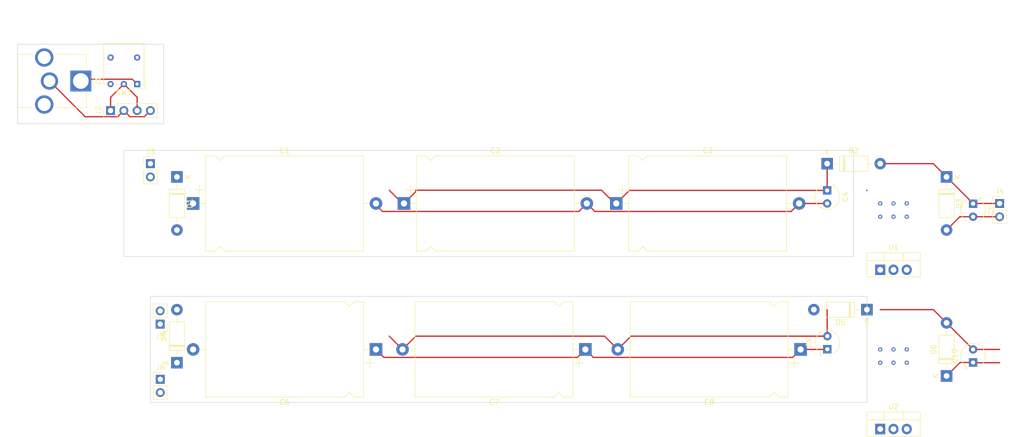
<source format=kicad_pcb>
(kicad_pcb (version 20221018) (generator pcbnew)
  (layers (0 "F.Cu" signal) (31 "B.Cu" signal) (34 "B.Paste" user) (35 "F.Paste" user) (36 "B.SilkS" user "B.Silkscreen") (37 "F.SilkS" user "F.Silkscreen") (38 "B.Mask" user) (39 "F.Mask" user) (44 "Edge.Cuts" user))
  (net 0 "")
  (net 1 "Net-(D1-K)")
  (net 2 "Net-(D3-A)")
  (net 3 "Net-(D2-A)")
  (net 4 "Net-(D6-K)")
  (net 5 "Net-(D4-A)")
  (net 6 "Net-(D5-K)")
  (net 7 "Net-(D1-A)")
  (net 8 "Net-(D4-K)")
  (net 9 "Net-(SW1-A)")
  (net 10 "Net-(J2-Pin_2)")
  (net 11 "Net-(J2-Pin_1)")
  (footprint "Capacitor_THT:CP_Axial_L30.0mm_D18.0mm_P35.00mm_Horizontal" (layer "F.Cu") (at 182.88 83.82 180)
    (fp_text reference "C8" (at 17.5 -10.12) (layer "F.SilkS"))
    (fp_text value "3300uF")
    (fp_line (start 0.28 -2.6) (end 2.08 -2.6) (stroke (width 0.12)) (layer "F.SilkS"))
    (fp_line (start 1.18 -3.5) (end 1.18 -1.7) (stroke (width 0.12)) (layer "F.SilkS"))
    (fp_line (start 1.44 0) (end 2.38 0) (stroke (width 0.12)) (layer "F.SilkS"))
    (fp_line (start 2.38 -9.12) (end 2.38 9.12) (stroke (width 0.12)) (layer "F.SilkS"))
    (fp_line (start 2.38 -9.12) (end 4.18 -9.12) (stroke (width 0.12)) (layer "F.SilkS"))
    (fp_line (start 2.38 9.12) (end 4.18 9.12) (stroke (width 0.12)) (layer "F.SilkS"))
    (fp_line (start 4.18 -9.12) (end 5.08 -8.22) (stroke (width 0.12)) (layer "F.SilkS"))
    (fp_line (start 4.18 9.12) (end 5.08 8.22) (stroke (width 0.12)) (layer "F.SilkS"))
    (fp_line (start 5.08 -8.22) (end 5.98 -9.12) (stroke (width 0.12)) (layer "F.SilkS"))
    (fp_line (start 5.08 8.22) (end 5.98 9.12) (stroke (width 0.12)) (layer "F.SilkS"))
    (fp_line (start 5.98 -9.12) (end 32.62 -9.12) (stroke (width 0.12)) (layer "F.SilkS"))
    (fp_line (start 5.98 9.12) (end 32.62 9.12) (stroke (width 0.12)) (layer "F.SilkS"))
    (fp_line (start 32.62 -9.12) (end 32.62 9.12) (stroke (width 0.12)) (layer "F.SilkS"))
    (fp_line (start 33.56 0) (end 32.62 0) (stroke (width 0.12)) (layer "F.SilkS"))
    (pad "1" thru_hole rect (at 0 0 180) (size 2.4 2.4) (drill 1.2) (layers "*.Cu" "*.Mask") (net 4 "Net-(D6-K)"))
    (pad "2" thru_hole oval (at 35 0 180) (size 2.4 2.4) (drill 1.2) (layers "*.Cu" "*.Mask") (net 5 "Net-(D4-A)"))
  )
  (footprint "Capacitor_THT:CP_Axial_L30.0mm_D18.0mm_P35.00mm_Horizontal" (layer "F.Cu") (at 106.96 55.88)
    (fp_text reference "C2" (at 17.5 -10.12) (layer "F.SilkS"))
    (fp_text value "3300uF")
    (fp_line (start 0.28 -2.6) (end 2.08 -2.6) (stroke (width 0.12)) (layer "F.SilkS"))
    (fp_line (start 1.18 -3.5) (end 1.18 -1.7) (stroke (width 0.12)) (layer "F.SilkS"))
    (fp_line (start 1.44 0) (end 2.38 0) (stroke (width 0.12)) (layer "F.SilkS"))
    (fp_line (start 2.38 -9.12) (end 2.38 9.12) (stroke (width 0.12)) (layer "F.SilkS"))
    (fp_line (start 2.38 -9.12) (end 4.18 -9.12) (stroke (width 0.12)) (layer "F.SilkS"))
    (fp_line (start 2.38 9.12) (end 4.18 9.12) (stroke (width 0.12)) (layer "F.SilkS"))
    (fp_line (start 4.18 -9.12) (end 5.08 -8.22) (stroke (width 0.12)) (layer "F.SilkS"))
    (fp_line (start 4.18 9.12) (end 5.08 8.22) (stroke (width 0.12)) (layer "F.SilkS"))
    (fp_line (start 5.08 -8.22) (end 5.98 -9.12) (stroke (width 0.12)) (layer "F.SilkS"))
    (fp_line (start 5.08 8.22) (end 5.98 9.12) (stroke (width 0.12)) (layer "F.SilkS"))
    (fp_line (start 5.98 -9.12) (end 32.62 -9.12) (stroke (width 0.12)) (layer "F.SilkS"))
    (fp_line (start 5.98 9.12) (end 32.62 9.12) (stroke (width 0.12)) (layer "F.SilkS"))
    (fp_line (start 32.62 -9.12) (end 32.62 9.12) (stroke (width 0.12)) (layer "F.SilkS"))
    (fp_line (start 33.56 0) (end 32.62 0) (stroke (width 0.12)) (layer "F.SilkS"))
    (pad "1" thru_hole rect (at 0 0) (size 2.4 2.4) (drill 1.2) (layers "*.Cu" "*.Mask") (net 1 "Net-(D1-K)"))
    (pad "2" thru_hole oval (at 35 0) (size 2.4 2.4) (drill 1.2) (layers "*.Cu" "*.Mask") (net 2 "Net-(D3-A)"))
  )
  (footprint "Capacitor_THT:CP_Radial_Tantal_D4.5mm_P2.50mm" (layer "F.Cu") (at 187.96 53.38 -90)
    (fp_text reference "C4" (at 1.25 -3.5 90) (layer "F.SilkS"))
    (fp_text value "1uF")
    (fp_line (start -1.287288 -1.335) (end -0.837288 -1.335) (stroke (width 0.12)) (layer "F.SilkS"))
    (fp_line (start -1.062288 -1.56) (end -1.062288 -1.11) (stroke (width 0.12)) (layer "F.SilkS"))
    (fp_arc (start -0.869741 -1.06) (mid 3.62 0) (end -0.869741 1.06) (stroke (width 0.12)) (layer "F.SilkS"))
    (pad "1" thru_hole rect (at 0 0 270) (size 1.6 1.6) (drill 0.8) (layers "*.Cu" "*.Mask") (net 1 "Net-(D1-K)"))
    (pad "2" thru_hole circle (at 2.5 0 270) (size 1.6 1.6) (drill 0.8) (layers "*.Cu" "*.Mask") (net 2 "Net-(D3-A)"))
  )
  (footprint "Connector_PinHeader_2.54mm:PinHeader_1x02_P2.54mm_Vertical" (layer "F.Cu") (at 60.312712 89.537457)
    (fp_text reference "J6" (at 0 -2.33) (layer "F.SilkS"))
    (fp_text value "Conn_01x02")
    (fp_line (start -1.33 -1.33) (end 0 -1.33) (stroke (width 0.12)) (layer "F.SilkS"))
    (fp_line (start -1.33 0) (end -1.33 -1.33) (stroke (width 0.12)) (layer "F.SilkS"))
    (fp_line (start -1.33 1.27) (end -1.33 3.87) (stroke (width 0.12)) (layer "F.SilkS"))
    (fp_line (start -1.33 1.27) (end 1.33 1.27) (stroke (width 0.12)) (layer "F.SilkS"))
    (fp_line (start -1.33 3.87) (end 1.33 3.87) (stroke (width 0.12)) (layer "F.SilkS"))
    (fp_line (start 1.33 1.27) (end 1.33 3.87) (stroke (width 0.12)) (layer "F.SilkS"))
    (pad "1" thru_hole rect (at 0 0) (size 1.7 1.7) (drill 1) (layers "*.Cu" "*.Mask") (net 6 "Net-(D5-K)"))
    (pad "2" thru_hole oval (at 0 2.54) (size 1.7 1.7) (drill 1) (layers "*.Cu" "*.Mask") (net 4 "Net-(D6-K)"))
  )
  (footprint "Package_TO_SOT_THT:TO-220-3_Vertical" (layer "F.Cu") (at 198.12 99.06)
    (fp_text reference "U2" (at 2.54 -4.27) (layer "F.SilkS"))
    (fp_text value "LM7912_TO220" hide)
    (fp_line (start -2.58 -3.27) (end -2.58 1.371) (stroke (width 0.12)) (layer "F.SilkS"))
    (fp_line (start -2.58 -3.27) (end 7.66 -3.27) (stroke (width 0.12)) (layer "F.SilkS"))
    (fp_line (start -2.58 -1.76) (end 7.66 -1.76) (stroke (width 0.12)) (layer "F.SilkS"))
    (fp_line (start -2.58 1.371) (end 7.66 1.371) (stroke (width 0.12)) (layer "F.SilkS"))
    (fp_line (start 0.69 -3.27) (end 0.69 -1.76) (stroke (width 0.12)) (layer "F.SilkS"))
    (fp_line (start 4.391 -3.27) (end 4.391 -1.76) (stroke (width 0.12)) (layer "F.SilkS"))
    (fp_line (start 7.66 -3.27) (end 7.66 1.371) (stroke (width 0.12)) (layer "F.SilkS"))
    (pad "1" thru_hole rect (at 0 0) (size 1.905 2) (drill 1.1) (layers "*.Cu" "*.Mask") (net 4 "Net-(D6-K)"))
    (pad "2" thru_hole oval (at 2.54 0) (size 1.905 2) (drill 1.1) (layers "*.Cu" "*.Mask") (net 5 "Net-(D4-A)"))
    (pad "3" thru_hole oval (at 5.08 0) (size 1.905 2) (drill 1.1) (layers "*.Cu" "*.Mask") (net 6 "Net-(D5-K)"))
  )
  (footprint "Diode_THT:D_DO-41_SOD81_P10.16mm_Horizontal" (layer "F.Cu") (at 187.96 48.26)
    (fp_text reference "D2" (at 5.08 -2.47) (layer "F.SilkS"))
    (fp_text value "1N4004")
    (fp_text user "K" (at 0 -2.1) (layer "F.SilkS"))
    (fp_line (start 1.34 0) (end 2.36 0) (stroke (width 0.12)) (layer "F.SilkS"))
    (fp_line (start 2.36 -1.47) (end 2.36 1.47) (stroke (width 0.12)) (layer "F.SilkS"))
    (fp_line (start 2.36 1.47) (end 7.8 1.47) (stroke (width 0.12)) (layer "F.SilkS"))
    (fp_line (start 3.14 -1.47) (end 3.14 1.47) (stroke (width 0.12)) (layer "F.SilkS"))
    (fp_line (start 3.26 -1.47) (end 3.26 1.47) (stroke (width 0.12)) (layer "F.SilkS"))
    (fp_line (start 3.38 -1.47) (end 3.38 1.47) (stroke (width 0.12)) (layer "F.SilkS"))
    (fp_line (start 7.8 -1.47) (end 2.36 -1.47) (stroke (width 0.12)) (layer "F.SilkS"))
    (fp_line (start 7.8 1.47) (end 7.8 -1.47) (stroke (width 0.12)) (layer "F.SilkS"))
    (fp_line (start 8.82 0) (end 7.8 0) (stroke (width 0.12)) (layer "F.SilkS"))
    (pad "1" thru_hole rect (at 0 0) (size 2.2 2.2) (drill 1.1) (layers "*.Cu" "*.Mask") (net 1 "Net-(D1-K)"))
    (pad "2" thru_hole oval (at 10.16 0) (size 2.2 2.2) (drill 1.1) (layers "*.Cu" "*.Mask") (net 3 "Net-(D2-A)"))
  )
  (footprint "Diode_THT:D_DO-41_SOD81_P10.16mm_Horizontal" (layer "F.Cu") (at 210.82 88.9 90)
    (fp_text reference "D6" (at 5.08 -2.47 90) (layer "F.SilkS"))
    (fp_text value "1N4004")
    (fp_text user "K" (at 0 -2.1 90) (layer "F.SilkS"))
    (fp_line (start 1.34 0) (end 2.36 0) (stroke (width 0.12)) (layer "F.SilkS"))
    (fp_line (start 2.36 -1.47) (end 2.36 1.47) (stroke (width 0.12)) (layer "F.SilkS"))
    (fp_line (start 2.36 1.47) (end 7.8 1.47) (stroke (width 0.12)) (layer "F.SilkS"))
    (fp_line (start 3.14 -1.47) (end 3.14 1.47) (stroke (width 0.12)) (layer "F.SilkS"))
    (fp_line (start 3.26 -1.47) (end 3.26 1.47) (stroke (width 0.12)) (layer "F.SilkS"))
    (fp_line (start 3.38 -1.47) (end 3.38 1.47) (stroke (width 0.12)) (layer "F.SilkS"))
    (fp_line (start 7.8 -1.47) (end 2.36 -1.47) (stroke (width 0.12)) (layer "F.SilkS"))
    (fp_line (start 7.8 1.47) (end 7.8 -1.47) (stroke (width 0.12)) (layer "F.SilkS"))
    (fp_line (start 8.82 0) (end 7.8 0) (stroke (width 0.12)) (layer "F.SilkS"))
    (pad "1" thru_hole rect (at 0 0 90) (size 2.2 2.2) (drill 1.1) (layers "*.Cu" "*.Mask") (net 4 "Net-(D6-K)"))
    (pad "2" thru_hole oval (at 10.16 0 90) (size 2.2 2.2) (drill 1.1) (layers "*.Cu" "*.Mask") (net 6 "Net-(D5-K)"))
  )
  (footprint "Package_TO_SOT_THT:TO-220-3_Vertical" (layer "F.Cu") (at 198.12 68.58)
    (fp_text reference "U1" (at 2.54 -4.27) (layer "F.SilkS"))
    (fp_text value "LM7812_TO220")
    (fp_line (start -2.58 -3.27) (end -2.58 1.371) (stroke (width 0.12)) (layer "F.SilkS"))
    (fp_line (start -2.58 -3.27) (end 7.66 -3.27) (stroke (width 0.12)) (layer "F.SilkS"))
    (fp_line (start -2.58 -1.76) (end 7.66 -1.76) (stroke (width 0.12)) (layer "F.SilkS"))
    (fp_line (start -2.58 1.371) (end 7.66 1.371) (stroke (width 0.12)) (layer "F.SilkS"))
    (fp_line (start 0.69 -3.27) (end 0.69 -1.76) (stroke (width 0.12)) (layer "F.SilkS"))
    (fp_line (start 4.391 -3.27) (end 4.391 -1.76) (stroke (width 0.12)) (layer "F.SilkS"))
    (fp_line (start 7.66 -3.27) (end 7.66 1.371) (stroke (width 0.12)) (layer "F.SilkS"))
    (pad "1" thru_hole rect (at 0 0) (size 1.905 2) (drill 1.1) (layers "*.Cu" "*.Mask") (net 1 "Net-(D1-K)"))
    (pad "2" thru_hole oval (at 2.54 0) (size 1.905 2) (drill 1.1) (layers "*.Cu" "*.Mask") (net 2 "Net-(D3-A)"))
    (pad "3" thru_hole oval (at 5.08 0) (size 1.905 2) (drill 1.1) (layers "*.Cu" "*.Mask") (net 3 "Net-(D2-A)"))
  )
  (footprint "Capacitor_THT:CP_Radial_Tantal_D4.5mm_P2.50mm" (layer "F.Cu") (at 215.9 86.32 90)
    (fp_text reference "C10" (at 1.25 -3.5 90) (layer "F.SilkS"))
    (fp_text value "1uF")
    (fp_line (start -1.287288 -1.335) (end -0.837288 -1.335) (stroke (width 0.12)) (layer "F.SilkS"))
    (fp_line (start -1.062288 -1.56) (end -1.062288 -1.11) (stroke (width 0.12)) (layer "F.SilkS"))
    (fp_arc (start -0.869741 -1.06) (mid 3.62 0) (end -0.869741 1.06) (stroke (width 0.12)) (layer "F.SilkS"))
    (pad "1" thru_hole rect (at 0 0 90) (size 1.6 1.6) (drill 0.8) (layers "*.Cu" "*.Mask") (net 4 "Net-(D6-K)"))
    (pad "2" thru_hole circle (at 2.5 0 90) (size 1.6 1.6) (drill 0.8) (layers "*.Cu" "*.Mask") (net 6 "Net-(D5-K)"))
  )
  (footprint "Button_Switch_THT:SW_Lever_1P2T_NKK_GW12LxH" (layer "F.Cu") (at 55.88 33.02 180)
    (fp_text reference "SW1" (at 2.54 -1.6) (layer "F.SilkS"))
    (fp_text value "SW_SPST")
    (fp_line (start -1.55 -0.9) (end -0.05 -0.9) (stroke (width 0.12)) (layer "F.SilkS"))
    (fp_line (start -1.55 0.6) (end -1.55 -0.9) (stroke (width 0.12)) (layer "F.SilkS"))
    (fp_line (start -1.31 -0.1) (end -1.31 7.78) (stroke (width 0.12)) (layer "F.SilkS"))
    (fp_line (start -1.31 -0.1) (end -0.914 -0.1) (stroke (width 0.12)) (layer "F.SilkS"))
    (fp_line (start -1.31 7.78) (end 6.39 7.78) (stroke (width 0.12)) (layer "F.SilkS"))
    (fp_line (start 0.914 -0.1) (end 1.627 -0.1) (stroke (width 0.12)) (layer "F.SilkS"))
    (fp_line (start 3.454 -0.1) (end 4.167 -0.1) (stroke (width 0.12)) (layer "F.SilkS"))
    (fp_line (start 5.994 -0.1) (end 6.39 -0.1) (stroke (width 0.12)) (layer "F.SilkS"))
    (fp_line (start 6.39 -0.1) (end 6.39 7.78) (stroke (width 0.12)) (layer "F.SilkS"))
    (pad "" thru_hole circle (at 0 5.08 180) (size 1.2 1.2) (drill 0.6) (layers "*.Cu" "*.Mask"))
    (pad "" thru_hole circle (at 5.08 5.08 180) (size 1.2 1.2) (drill 0.6) (layers "*.Cu" "*.Mask"))
    (pad "1" thru_hole rect (at 0 0 180) (size 1.2 1.2) (drill 0.6) (layers "*.Cu" "*.Mask") (net 9 "Net-(SW1-A)"))
    (pad "2" thru_hole circle (at 2.54 0 180) (size 1.2 1.2) (drill 0.6) (layers "*.Cu" "*.Mask") (net 11 "Net-(J2-Pin_1)"))
    (pad "3" thru_hole circle (at 5.08 0 180) (size 1.2 1.2) (drill 0.6) (layers "*.Cu" "*.Mask"))
  )
  (footprint "Diode_THT:D_DO-41_SOD81_P10.16mm_Horizontal" (layer "F.Cu") (at 63.5 50.8 -90)
    (fp_text reference "D1" (at 5.08 -2.47 90) (layer "F.SilkS"))
    (fp_text value "1N4004" hide)
    (fp_text user "K" (at 0 -2.1 90) (layer "F.SilkS"))
    (fp_line (start 1.34 0) (end 2.36 0) (stroke (width 0.12)) (layer "F.SilkS"))
    (fp_line (start 2.36 -1.47) (end 2.36 1.47) (stroke (width 0.12)) (layer "F.SilkS"))
    (fp_line (start 2.36 1.47) (end 7.8 1.47) (stroke (width 0.12)) (layer "F.SilkS"))
    (fp_line (start 3.14 -1.47) (end 3.14 1.47) (stroke (width 0.12)) (layer "F.SilkS"))
    (fp_line (start 3.26 -1.47) (end 3.26 1.47) (stroke (width 0.12)) (layer "F.SilkS"))
    (fp_line (start 3.38 -1.47) (end 3.38 1.47) (stroke (width 0.12)) (layer "F.SilkS"))
    (fp_line (start 7.8 -1.47) (end 2.36 -1.47) (stroke (width 0.12)) (layer "F.SilkS"))
    (fp_line (start 7.8 1.47) (end 7.8 -1.47) (stroke (width 0.12)) (layer "F.SilkS"))
    (fp_line (start 8.82 0) (end 7.8 0) (stroke (width 0.12)) (layer "F.SilkS"))
    (pad "1" thru_hole rect (at 0 0 270) (size 2.2 2.2) (drill 1.1) (layers "*.Cu" "*.Mask") (net 1 "Net-(D1-K)"))
    (pad "2" thru_hole oval (at 10.16 0 270) (size 2.2 2.2) (drill 1.1) (layers "*.Cu" "*.Mask") (net 7 "Net-(D1-A)"))
  )
  (footprint "Diode_THT:D_DO-41_SOD81_P10.16mm_Horizontal" (layer "F.Cu") (at 63.5 86.36 90)
    (fp_text reference "D4" (at 5.08 -2.47 90) (layer "F.SilkS"))
    (fp_text value "1N4004")
    (fp_text user "K" (at 0 -2.1 90) (layer "F.SilkS"))
    (fp_line (start 1.34 0) (end 2.36 0) (stroke (width 0.12)) (layer "F.SilkS"))
    (fp_line (start 2.36 -1.47) (end 2.36 1.47) (stroke (width 0.12)) (layer "F.SilkS"))
    (fp_line (start 2.36 1.47) (end 7.8 1.47) (stroke (width 0.12)) (layer "F.SilkS"))
    (fp_line (start 3.14 -1.47) (end 3.14 1.47) (stroke (width 0.12)) (layer "F.SilkS"))
    (fp_line (start 3.26 -1.47) (end 3.26 1.47) (stroke (width 0.12)) (layer "F.SilkS"))
    (fp_line (start 3.38 -1.47) (end 3.38 1.47) (stroke (width 0.12)) (layer "F.SilkS"))
    (fp_line (start 7.8 -1.47) (end 2.36 -1.47) (stroke (width 0.12)) (layer "F.SilkS"))
    (fp_line (start 7.8 1.47) (end 7.8 -1.47) (stroke (width 0.12)) (layer "F.SilkS"))
    (fp_line (start 8.82 0) (end 7.8 0) (stroke (width 0.12)) (layer "F.SilkS"))
    (pad "1" thru_hole rect (at 0 0 90) (size 2.2 2.2) (drill 1.1) (layers "*.Cu" "*.Mask") (net 8 "Net-(D4-K)"))
    (pad "2" thru_hole oval (at 10.16 0 90) (size 2.2 2.2) (drill 1.1) (layers "*.Cu" "*.Mask") (net 5 "Net-(D4-A)"))
  )
  (footprint "Diode_THT:D_DO-41_SOD81_P10.16mm_Horizontal" (layer "F.Cu") (at 210.82 50.8 -90)
    (fp_text reference "D3" (at 5.08 -2.47 90) (layer "F.SilkS"))
    (fp_text value "1N4004" hide)
    (fp_text user "K" (at 0 -2.1 90) (layer "F.SilkS"))
    (fp_line (start 1.34 0) (end 2.36 0) (stroke (width 0.12)) (layer "F.SilkS"))
    (fp_line (start 2.36 -1.47) (end 2.36 1.47) (stroke (width 0.12)) (layer "F.SilkS"))
    (fp_line (start 2.36 1.47) (end 7.8 1.47) (stroke (width 0.12)) (layer "F.SilkS"))
    (fp_line (start 3.14 -1.47) (end 3.14 1.47) (stroke (width 0.12)) (layer "F.SilkS"))
    (fp_line (start 3.26 -1.47) (end 3.26 1.47) (stroke (width 0.12)) (layer "F.SilkS"))
    (fp_line (start 3.38 -1.47) (end 3.38 1.47) (stroke (width 0.12)) (layer "F.SilkS"))
    (fp_line (start 7.8 -1.47) (end 2.36 -1.47) (stroke (width 0.12)) (layer "F.SilkS"))
    (fp_line (start 7.8 1.47) (end 7.8 -1.47) (stroke (width 0.12)) (layer "F.SilkS"))
    (fp_line (start 8.82 0) (end 7.8 0) (stroke (width 0.12)) (layer "F.SilkS"))
    (pad "1" thru_hole rect (at 0 0 270) (size 2.2 2.2) (drill 1.1) (layers "*.Cu" "*.Mask") (net 3 "Net-(D2-A)"))
    (pad "2" thru_hole oval (at 10.16 0 270) (size 2.2 2.2) (drill 1.1) (layers "*.Cu" "*.Mask") (net 2 "Net-(D3-A)"))
  )
  (footprint "Connector_PinHeader_2.54mm:PinHeader_1x02_P2.54mm_Vertical" (layer "F.Cu") (at 220.98 55.88)
    (fp_text reference "J4" (at 0 -2.33) (layer "F.SilkS"))
    (fp_text value "Conn_01x02")
    (fp_line (start -1.33 -1.33) (end 0 -1.33) (stroke (width 0.12)) (layer "F.SilkS"))
    (fp_line (start -1.33 0) (end -1.33 -1.33) (stroke (width 0.12)) (layer "F.SilkS"))
    (fp_line (start -1.33 1.27) (end -1.33 3.87) (stroke (width 0.12)) (layer "F.SilkS"))
    (fp_line (start -1.33 1.27) (end 1.33 1.27) (stroke (width 0.12)) (layer "F.SilkS"))
    (fp_line (start -1.33 3.87) (end 1.33 3.87) (stroke (width 0.12)) (layer "F.SilkS"))
    (fp_line (start 1.33 1.27) (end 1.33 3.87) (stroke (width 0.12)) (layer "F.SilkS"))
    (pad "1" thru_hole rect (at 0 0) (size 1.7 1.7) (drill 1) (layers "*.Cu" "*.Mask") (net 3 "Net-(D2-A)"))
    (pad "2" thru_hole oval (at 0 2.54) (size 1.7 1.7) (drill 1) (layers "*.Cu" "*.Mask") (net 2 "Net-(D3-A)"))
  )
  (footprint "Capacitor_THT:CP_Axial_L30.0mm_D18.0mm_P35.00mm_Horizontal" (layer "F.Cu") (at 101.6 83.82 180)
    (fp_text reference "C6" (at 17.5 -10.12) (layer "F.SilkS"))
    (fp_text value "3300uF")
    (fp_line (start 0.28 -2.6) (end 2.08 -2.6) (stroke (width 0.12)) (layer "F.SilkS"))
    (fp_line (start 1.18 -3.5) (end 1.18 -1.7) (stroke (width 0.12)) (layer "F.SilkS"))
    (fp_line (start 1.44 0) (end 2.38 0) (stroke (width 0.12)) (layer "F.SilkS"))
    (fp_line (start 2.38 -9.12) (end 2.38 9.12) (stroke (width 0.12)) (layer "F.SilkS"))
    (fp_line (start 2.38 -9.12) (end 4.18 -9.12) (stroke (width 0.12)) (layer "F.SilkS"))
    (fp_line (start 2.38 9.12) (end 4.18 9.12) (stroke (width 0.12)) (layer "F.SilkS"))
    (fp_line (start 4.18 -9.12) (end 5.08 -8.22) (stroke (width 0.12)) (layer "F.SilkS"))
    (fp_line (start 4.18 9.12) (end 5.08 8.22) (stroke (width 0.12)) (layer "F.SilkS"))
    (fp_line (start 5.08 -8.22) (end 5.98 -9.12) (stroke (width 0.12)) (layer "F.SilkS"))
    (fp_line (start 5.08 8.22) (end 5.98 9.12) (stroke (width 0.12)) (layer "F.SilkS"))
    (fp_line (start 5.98 -9.12) (end 32.62 -9.12) (stroke (width 0.12)) (layer "F.SilkS"))
    (fp_line (start 5.98 9.12) (end 32.62 9.12) (stroke (width 0.12)) (layer "F.SilkS"))
    (fp_line (start 32.62 -9.12) (end 32.62 9.12) (stroke (width 0.12)) (layer "F.SilkS"))
    (fp_line (start 33.56 0) (end 32.62 0) (stroke (width 0.12)) (layer "F.SilkS"))
    (pad "1" thru_hole rect (at 0 0 180) (size 2.4 2.4) (drill 1.2) (layers "*.Cu" "*.Mask") (net 4 "Net-(D6-K)"))
    (pad "2" thru_hole oval (at 35 0 180) (size 2.4 2.4) (drill 1.2) (layers "*.Cu" "*.Mask") (net 5 "Net-(D4-A)"))
  )
  (footprint "Connector_PinHeader_2.54mm:PinHeader_1x02_P2.54mm_Vertical" (layer "F.Cu") (at 60.293053 78.98284 180)
    (fp_text reference "J5" (at 0 -2.33) (layer "F.SilkS"))
    (fp_text value "Conn_01x02")
    (fp_line (start -1.33 -1.33) (end 0 -1.33) (stroke (width 0.12)) (layer "F.SilkS"))
    (fp_line (start -1.33 0) (end -1.33 -1.33) (stroke (width 0.12)) (layer "F.SilkS"))
    (fp_line (start -1.33 1.27) (end -1.33 3.87) (stroke (width 0.12)) (layer "F.SilkS"))
    (fp_line (start -1.33 1.27) (end 1.33 1.27) (stroke (width 0.12)) (layer "F.SilkS"))
    (fp_line (start -1.33 3.87) (end 1.33 3.87) (stroke (width 0.12)) (layer "F.SilkS"))
    (fp_line (start 1.33 1.27) (end 1.33 3.87) (stroke (width 0.12)) (layer "F.SilkS"))
    (pad "1" thru_hole rect (at 0 0 180) (size 1.7 1.7) (drill 1) (layers "*.Cu" "*.Mask") (net 4 "Net-(D6-K)"))
    (pad "2" thru_hole oval (at 0 2.54 180) (size 1.7 1.7) (drill 1) (layers "*.Cu" "*.Mask") (net 8 "Net-(D4-K)"))
  )
  (footprint "Diode_THT:D_DO-41_SOD81_P10.16mm_Horizontal" (layer "F.Cu") (at 195.58 76.2 180)
    (fp_text reference "D5" (at 5.08 -2.47) (layer "F.SilkS"))
    (fp_text value "1N4004")
    (fp_text user "K" (at 0 -2.1) (layer "F.SilkS"))
    (fp_line (start 1.34 0) (end 2.36 0) (stroke (width 0.12)) (layer "F.SilkS"))
    (fp_line (start 2.36 -1.47) (end 2.36 1.47) (stroke (width 0.12)) (layer "F.SilkS"))
    (fp_line (start 2.36 1.47) (end 7.8 1.47) (stroke (width 0.12)) (layer "F.SilkS"))
    (fp_line (start 3.14 -1.47) (end 3.14 1.47) (stroke (width 0.12)) (layer "F.SilkS"))
    (fp_line (start 3.26 -1.47) (end 3.26 1.47) (stroke (width 0.12)) (layer "F.SilkS"))
    (fp_line (start 3.38 -1.47) (end 3.38 1.47) (stroke (width 0.12)) (layer "F.SilkS"))
    (fp_line (start 7.8 -1.47) (end 2.36 -1.47) (stroke (width 0.12)) (layer "F.SilkS"))
    (fp_line (start 7.8 1.47) (end 7.8 -1.47) (stroke (width 0.12)) (layer "F.SilkS"))
    (fp_line (start 8.82 0) (end 7.8 0) (stroke (width 0.12)) (layer "F.SilkS"))
    (pad "1" thru_hole rect (at 0 0 180) (size 2.2 2.2) (drill 1.1) (layers "*.Cu" "*.Mask") (net 6 "Net-(D5-K)"))
    (pad "2" thru_hole oval (at 10.16 0 180) (size 2.2 2.2) (drill 1.1) (layers "*.Cu" "*.Mask") (net 5 "Net-(D4-A)"))
  )
  (footprint "Capacitor_THT:CP_Radial_Tantal_D4.5mm_P2.50mm" (layer "F.Cu") (at 215.9 55.92 -90)
    (fp_text reference "C5" (at 1.25 -3.5 90) (layer "F.SilkS"))
    (fp_text value "1uF")
    (fp_line (start -1.287288 -1.335) (end -0.837288 -1.335) (stroke (width 0.12)) (layer "F.SilkS"))
    (fp_line (start -1.062288 -1.56) (end -1.062288 -1.11) (stroke (width 0.12)) (layer "F.SilkS"))
    (fp_arc (start -0.869741 -1.06) (mid 3.62 0) (end -0.869741 1.06) (stroke (width 0.12)) (layer "F.SilkS"))
    (pad "1" thru_hole rect (at 0 0 270) (size 1.6 1.6) (drill 0.8) (layers "*.Cu" "*.Mask") (net 3 "Net-(D2-A)"))
    (pad "2" thru_hole circle (at 2.5 0 270) (size 1.6 1.6) (drill 0.8) (layers "*.Cu" "*.Mask") (net 2 "Net-(D3-A)"))
  )
  (footprint "Capacitor_THT:CP_Axial_L30.0mm_D18.0mm_P35.00mm_Horizontal" (layer "F.Cu") (at 141.68 83.82 180)
    (fp_text reference "C7" (at 17.5 -10.12) (layer "F.SilkS"))
    (fp_text value "3300uF")
    (fp_line (start 0.28 -2.6) (end 2.08 -2.6) (stroke (width 0.12)) (layer "F.SilkS"))
    (fp_line (start 1.18 -3.5) (end 1.18 -1.7) (stroke (width 0.12)) (layer "F.SilkS"))
    (fp_line (start 1.44 0) (end 2.38 0) (stroke (width 0.12)) (layer "F.SilkS"))
    (fp_line (start 2.38 -9.12) (end 2.38 9.12) (stroke (width 0.12)) (layer "F.SilkS"))
    (fp_line (start 2.38 -9.12) (end 4.18 -9.12) (stroke (width 0.12)) (layer "F.SilkS"))
    (fp_line (start 2.38 9.12) (end 4.18 9.12) (stroke (width 0.12)) (layer "F.SilkS"))
    (fp_line (start 4.18 -9.12) (end 5.08 -8.22) (stroke (width 0.12)) (layer "F.SilkS"))
    (fp_line (start 4.18 9.12) (end 5.08 8.22) (stroke (width 0.12)) (layer "F.SilkS"))
    (fp_line (start 5.08 -8.22) (end 5.98 -9.12) (stroke (width 0.12)) (layer "F.SilkS"))
    (fp_line (start 5.08 8.22) (end 5.98 9.12) (stroke (width 0.12)) (layer "F.SilkS"))
    (fp_line (start 5.98 -9.12) (end 32.62 -9.12) (stroke (width 0.12)) (layer "F.SilkS"))
    (fp_line (start 5.98 9.12) (end 32.62 9.12) (stroke (width 0.12)) (layer "F.SilkS"))
    (fp_line (start 32.62 -9.12) (end 32.62 9.12) (stroke (width 0.12)) (layer "F.SilkS"))
    (fp_line (start 33.56 0) (end 32.62 0) (stroke (width 0.12)) (layer "F.SilkS"))
    (pad "1" thru_hole rect (at 0 0 180) (size 2.4 2.4) (drill 1.2) (layers "*.Cu" "*.Mask") (net 4 "Net-(D6-K)"))
    (pad "2" thru_hole oval (at 35 0 180) (size 2.4 2.4) (drill 1.2) (layers "*.Cu" "*.Mask") (net 5 "Net-(D4-A)"))
  )
  (footprint "Capacitor_THT:CP_Radial_Tantal_D4.5mm_P2.50mm" (layer "F.Cu") (at 188 83.78 90)
    (fp_text reference "C9" (at 1.25 -3.5 90) (layer "F.SilkS"))
    (fp_text value "1uF" hide)
    (fp_line (start -1.287288 -1.335) (end -0.837288 -1.335) (stroke (width 0.12)) (layer "F.SilkS"))
    (fp_line (start -1.062288 -1.56) (end -1.062288 -1.11) (stroke (width 0.12)) (layer "F.SilkS"))
    (fp_arc (start -0.869741 -1.06) (mid 3.62 0) (end -0.869741 1.06) (stroke (width 0.12)) (layer "F.SilkS"))
    (pad "1" thru_hole rect (at 0 0 90) (size 1.6 1.6) (drill 0.8) (layers "*.Cu" "*.Mask") (net 4 "Net-(D6-K)"))
    (pad "2" thru_hole circle (at 2.5 0 90) (size 1.6 1.6) (drill 0.8) (layers "*.Cu" "*.Mask") (net 5 "Net-(D4-A)"))
  )
  (footprint "Connector_PinHeader_2.54mm:PinHeader_1x04_P2.54mm_Vertical" (layer "F.Cu") (at 50.8 38.1 90)
    (fp_text reference "J2" (at 0 -2.33 90) (layer "F.SilkS"))
    (fp_text value "Conn_01x04" hide)
    (fp_line (start -1.33 -1.33) (end 0 -1.33) (stroke (width 0.12)) (layer "F.SilkS"))
    (fp_line (start -1.33 0) (end -1.33 -1.33) (stroke (width 0.12)) (layer "F.SilkS"))
    (fp_line (start -1.33 1.27) (end -1.33 8.95) (stroke (width 0.12)) (layer "F.SilkS"))
    (fp_line (start -1.33 1.27) (end 1.33 1.27) (stroke (width 0.12)) (layer "F.SilkS"))
    (fp_line (start -1.33 8.95) (end 1.33 8.95) (stroke (width 0.12)) (layer "F.SilkS"))
    (fp_line (start 1.33 1.27) (end 1.33 8.95) (stroke (width 0.12)) (layer "F.SilkS"))
    (pad "1" thru_hole rect (at 0 0 90) (size 1.7 1.7) (drill 1) (layers "*.Cu" "*.Mask") (net 11 "Net-(J2-Pin_1)"))
    (pad "2" thru_hole oval (at 0 2.54 90) (size 1.7 1.7) (drill 1) (layers "*.Cu" "*.Mask") (net 10 "Net-(J2-Pin_2)"))
    (pad "3" thru_hole oval (at 0 5.08 90) (size 1.7 1.7) (drill 1) (layers "*.Cu" "*.Mask") (net 11 "Net-(J2-Pin_1)"))
    (pad "4" thru_hole oval (at 0 7.62 90) (size 1.7 1.7) (drill 1) (layers "*.Cu" "*.Mask") (net 10 "Net-(J2-Pin_2)"))
  )
  (footprint "Connector_PinHeader_2.54mm:PinHeader_1x02_P2.54mm_Vertical" (layer "F.Cu") (at 58.42 48.26)
    (fp_text reference "J3" (at 0 -2.33) (layer "F.SilkS"))
    (fp_text value "Conn_01x02")
    (fp_line (start -1.33 -1.33) (end 0 -1.33) (stroke (width 0.12)) (layer "F.SilkS"))
    (fp_line (start -1.33 0) (end -1.33 -1.33) (stroke (width 0.12)) (layer "F.SilkS"))
    (fp_line (start -1.33 1.27) (end -1.33 3.87) (stroke (width 0.12)) (layer "F.SilkS"))
    (fp_line (start -1.33 1.27) (end 1.33 1.27) (stroke (width 0.12)) (layer "F.SilkS"))
    (fp_line (start -1.33 3.87) (end 1.33 3.87) (stroke (width 0.12)) (layer "F.SilkS"))
    (fp_line (start 1.33 1.27) (end 1.33 3.87) (stroke (width 0.12)) (layer "F.SilkS"))
    (pad "1" thru_hole rect (at 0 0) (size 1.7 1.7) (drill 1) (layers "*.Cu" "*.Mask") (net 2 "Net-(D3-A)"))
    (pad "2" thru_hole oval (at 0 2.54) (size 1.7 1.7) (drill 1) (layers "*.Cu" "*.Mask") (net 7 "Net-(D1-A)"))
  )
  (footprint "Capacitor_THT:CP_Axial_L30.0mm_D18.0mm_P35.00mm_Horizontal" (layer "F.Cu") (at 66.6 55.88)
    (fp_text reference "C1" (at 17.5 -10.12) (layer "F.SilkS"))
    (fp_text value "3300uF")
    (fp_line (start 0.28 -2.6) (end 2.08 -2.6) (stroke (width 0.12)) (layer "F.SilkS"))
    (fp_line (start 1.18 -3.5) (end 1.18 -1.7) (stroke (width 0.12)) (layer "F.SilkS"))
    (fp_line (start 1.44 0) (end 2.38 0) (stroke (width 0.12)) (layer "F.SilkS"))
    (fp_line (start 2.38 -9.12) (end 2.38 9.12) (stroke (width 0.12)) (layer "F.SilkS"))
    (fp_line (start 2.38 -9.12) (end 4.18 -9.12) (stroke (width 0.12)) (layer "F.SilkS"))
    (fp_line (start 2.38 9.12) (end 4.18 9.12) (stroke (width 0.12)) (layer "F.SilkS"))
    (fp_line (start 4.18 -9.12) (end 5.08 -8.22) (stroke (width 0.12)) (layer "F.SilkS"))
    (fp_line (start 4.18 9.12) (end 5.08 8.22) (stroke (width 0.12)) (layer "F.SilkS"))
    (fp_line (start 5.08 -8.22) (end 5.98 -9.12) (stroke (width 0.12)) (layer "F.SilkS"))
    (fp_line (start 5.08 8.22) (end 5.98 9.12) (stroke (width 0.12)) (layer "F.SilkS"))
    (fp_line (start 5.98 -9.12) (end 32.62 -9.12) (stroke (width 0.12)) (layer "F.SilkS"))
    (fp_line (start 5.98 9.12) (end 32.62 9.12) (stroke (width 0.12)) (layer "F.SilkS"))
    (fp_line (start 32.62 -9.12) (end 32.62 9.12) (stroke (width 0.12)) (layer "F.SilkS"))
    (fp_line (start 33.56 0) (end 32.62 0) (stroke (width 0.12)) (layer "F.SilkS"))
    (pad "1" thru_hole rect (at 0 0) (size 2.4 2.4) (drill 1.2) (layers "*.Cu" "*.Mask") (net 1 "Net-(D1-K)"))
    (pad "2" thru_hole oval (at 35 0) (size 2.4 2.4) (drill 1.2) (layers "*.Cu" "*.Mask") (net 2 "Net-(D3-A)"))
  )
  (footprint "Capacitor_THT:CP_Axial_L30.0mm_D18.0mm_P35.00mm_Horizontal" (layer "F.Cu") (at 147.6 55.88)
    (fp_text reference "C3" (at 17.5 -10.12) (layer "F.SilkS"))
    (fp_text value "3300uF")
    (fp_line (start 0.28 -2.6) (end 2.08 -2.6) (stroke (width 0.12)) (layer "F.SilkS"))
    (fp_line (start 1.18 -3.5) (end 1.18 -1.7) (stroke (width 0.12)) (layer "F.SilkS"))
    (fp_line (start 1.44 0) (end 2.38 0) (stroke (width 0.12)) (layer "F.SilkS"))
    (fp_line (start 2.38 -9.12) (end 2.38 9.12) (stroke (width 0.12)) (layer "F.SilkS"))
    (fp_line (start 2.38 -9.12) (end 4.18 -9.12) (stroke (width 0.12)) (layer "F.SilkS"))
    (fp_line (start 2.38 9.12) (end 4.18 9.12) (stroke (width 0.12)) (layer "F.SilkS"))
    (fp_line (start 4.18 -9.12) (end 5.08 -8.22) (stroke (width 0.12)) (layer "F.SilkS"))
    (fp_line (start 4.18 9.12) (end 5.08 8.22) (stroke (width 0.12)) (layer "F.SilkS"))
    (fp_line (start 5.08 -8.22) (end 5.98 -9.12) (stroke (width 0.12)) (layer "F.SilkS"))
    (fp_line (start 5.08 8.22) (end 5.98 9.12) (stroke (width 0.12)) (layer "F.SilkS"))
    (fp_line (start 5.98 -9.12) (end 32.62 -9.12) (stroke (width 0.12)) (layer "F.SilkS"))
    (fp_line (start 5.98 9.12) (end 32.62 9.12) (stroke (width 0.12)) (layer "F.SilkS"))
    (fp_line (start 32.62 -9.12) (end 32.62 9.12) (stroke (width 0.12)) (layer "F.SilkS"))
    (fp_line (start 33.56 0) (end 32.62 0) (stroke (width 0.12)) (layer "F.SilkS"))
    (pad "1" thru_hole rect (at 0 0) (size 2.4 2.4) (drill 1.2) (layers "*.Cu" "*.Mask") (net 1 "Net-(D1-K)"))
    (pad "2" thru_hole oval (at 35 0) (size 2.4 2.4) (drill 1.2) (layers "*.Cu" "*.Mask") (net 2 "Net-(D3-A)"))
  )
  (footprint "Connector_BarrelJack:BarrelJack_CUI_PJ-063AH_Horizontal_CircularHoles" (layer "F.Cu") (at 45.1 32.44 -90)
    (fp_text reference "J1" (at 0 -3.3 90) (layer "F.SilkS"))
    (fp_text value "Barrel_Jack")
    (fp_line (start -5.11 -1.11) (end -2.3 -1.11) (stroke (width 0.12)) (layer "F.SilkS"))
    (fp_line (start -5.11 4.95) (end -5.11 -1.11) (stroke (width 0.12)) (layer "F.SilkS"))
    (fp_line (start -5.11 12.11) (end -5.11 9.05) (stroke (width 0.12)) (layer "F.SilkS"))
    (fp_line (start -1 -2.3) (end 1 -2.3) (stroke (width 0.12)) (layer "F.SilkS"))
    (fp_line (start 2.3 -1.11) (end 5.11 -1.11) (stroke (width 0.12)) (layer "F.SilkS"))
    (fp_line (start 5.11 -1.11) (end 5.11 4.95) (stroke (width 0.12)) (layer "F.SilkS"))
    (fp_line (start 5.11 9.05) (end 5.11 12.11) (stroke (width 0.12)) (layer "F.SilkS"))
    (fp_line (start 5.11 12.11) (end -5.11 12.11) (stroke (width 0.12)) (layer "F.SilkS"))
    (pad "" np_thru_hole circle (at 0 9 270) (size 1.6 1.6) (drill 1.6) (layers "*.Cu" "*.Mask"))
    (pad "1" thru_hole rect (at 0 0 270) (size 4 4) (drill 3) (layers "*.Cu" "*.Mask") (net 9 "Net-(SW1-A)"))
    (pad "2" thru_hole circle (at 0 6 270) (size 3.3 3.3) (drill 2.3) (layers "*.Cu" "*.Mask") (net 10 "Net-(J2-Pin_2)"))
    (pad "MP" thru_hole circle (at -4.5 7 270) (size 3.5 3.5) (drill 2.5) (layers "*.Cu" "*.Mask"))
    (pad "MP" thru_hole circle (at 4.5 7 270) (size 3.5 3.5) (drill 2.5) (layers "*.Cu" "*.Mask"))
  )
  (gr_rect (start 53.34 45.72) (end 193.04 66.04) (stroke (width 0.1)) (fill none) (layer "Edge.Cuts"))
  (gr_rect (start 58.42 73.66) (end 195.58 93.98) (stroke (width 0.1)) (fill none) (layer "Edge.Cuts"))
  (gr_rect (start 33.02 25.4) (end 60.96 40.64) (stroke (width 0.1)) (fill none) (layer "Edge.Cuts"))
  (segment (start 109.22 53.34) (end 109.22 53.62) (width 0.25) (layer "F.Cu") (net 1))
  (segment (start 106.96 55.88) (end 106.68 55.88) (width 0.25) (layer "F.Cu") (net 1))
  (segment (start 147.6 55.88) (end 150.1 53.38) (width 0.25) (layer "F.Cu") (net 1))
  (segment (start 147.6 55.88) (end 147.32 55.88) (width 0.25) (layer "F.Cu") (net 1))
  (segment (start 106.68 55.88) (end 104.14 53.34) (width 0.25) (layer "F.Cu") (net 1))
  (segment (start 187.96 48.26) (end 187.96 53.38) (width 0.25) (layer "F.Cu") (net 1))
  (segment (start 109.22 53.62) (end 106.96 55.88) (width 0.25) (layer "F.Cu") (net 1))
  (segment (start 195.58 53.34) (end 195.54 53.38) (width 0.25) (layer "F.Cu") (net 1))
  (segment (start 150.1 53.38) (end 187.96 53.38) (width 0.25) (layer "F.Cu") (net 1))
  (segment (start 147.32 55.88) (end 144.78 53.34) (width 0.25) (layer "F.Cu") (net 1))
  (segment (start 66.04 55.88) (end 66.32 55.88) (width 0.25) (layer "F.Cu") (net 1))
  (segment (start 144.78 53.34) (end 109.22 53.34) (width 0.25) (layer "F.Cu") (net 1))
  (via (at 198.12 58.42) (size 0.8) (drill 0.4) (layers "F.Cu" "B.Cu") (net 1))
  (via (at 198.12 55.88) (size 0.8) (drill 0.4) (layers "F.Cu" "B.Cu") (net 1))
  (segment (start 102.845 57.405) (end 101.32 55.88) (width 0.25) (layer "F.Cu") (net 2))
  (segment (start 213.36 58.42) (end 210.82 60.96) (width 0.25) (layer "F.Cu") (net 2))
  (segment (start 143.485 57.405) (end 141.96 55.88) (width 0.25) (layer "F.Cu") (net 2))
  (segment (start 215.9 58.42) (end 213.36 58.42) (width 0.25) (layer "F.Cu") (net 2))
  (segment (start 187.96 55.88) (end 182.6 55.88) (width 0.25) (layer "F.Cu") (net 2))
  (segment (start 182.6 55.88) (end 181.075 57.405) (width 0.25) (layer "F.Cu") (net 2))
  (segment (start 140.435 57.405) (end 102.845 57.405) (width 0.25) (layer "F.Cu") (net 2))
  (segment (start 141.96 55.88) (end 140.435 57.405) (width 0.25) (layer "F.Cu") (net 2))
  (segment (start 220.98 58.42) (end 215.9 58.42) (width 0.25) (layer "F.Cu") (net 2))
  (segment (start 181.075 57.405) (end 143.485 57.405) (width 0.25) (layer "F.Cu") (net 2))
  (via (at 200.66 58.42) (size 0.8) (drill 0.4) (layers "F.Cu" "B.Cu") (net 2))
  (via (at 203.2 58.42) (size 0.8) (drill 0.4) (layers "F.Cu" "B.Cu") (net 2))
  (via (at 200.66 55.88) (size 0.8) (drill 0.4) (layers "F.Cu" "B.Cu") (net 2))
  (via (at 200.66 86.36) (size 0.8) (drill 0.4) (layers "F.Cu" "B.Cu") (net 2))
  (segment (start 198.12 48.26) (end 208.28 48.26) (width 0.25) (layer "F.Cu") (net 3))
  (segment (start 220.98 55.88) (end 215.94 55.88) (width 0.25) (layer "F.Cu") (net 3))
  (segment (start 208.28 48.26) (end 210.82 50.8) (width 0.25) (layer "F.Cu") (net 3))
  (segment (start 215.94 55.88) (end 215.9 55.92) (width 0.25) (layer "F.Cu") (net 3))
  (segment (start 215.9 55.88) (end 210.82 50.8) (width 0.25) (layer "F.Cu") (net 3))
  (segment (start 215.9 55.92) (end 215.9 55.88) (width 0.25) (layer "F.Cu") (net 3))
  (via (at 203.2 55.88) (size 0.8) (drill 0.4) (layers "F.Cu" "B.Cu") (net 3))
  (via (at 203.2 86.36) (size 0.8) (drill 0.4) (layers "F.Cu" "B.Cu") (net 3))
  (segment (start 140.155 85.345) (end 103.125 85.345) (width 0.25) (layer "F.Cu") (net 4))
  (segment (start 210.82 88.9) (end 213.4 86.32) (width 0.25) (layer "F.Cu") (net 4))
  (segment (start 187.96 83.82) (end 188 83.78) (width 0.25) (layer "F.Cu") (net 4))
  (segment (start 103.125 85.345) (end 101.6 83.82) (width 0.25) (layer "F.Cu") (net 4))
  (segment (start 181.355 85.345) (end 143.205 85.345) (width 0.25) (layer "F.Cu") (net 4))
  (segment (start 143.205 85.345) (end 141.68 83.82) (width 0.25) (layer "F.Cu") (net 4))
  (segment (start 198.08 83.78) (end 198.12 83.82) (width 0.25) (layer "F.Cu") (net 4))
  (segment (start 182.88 83.82) (end 181.355 85.345) (width 0.25) (layer "F.Cu") (net 4))
  (segment (start 220.98 86.36) (end 215.9 86.36) (width 0.25) (layer "F.Cu") (net 4))
  (segment (start 182.88 83.82) (end 187.96 83.82) (width 0.25) (layer "F.Cu") (net 4))
  (segment (start 141.68 83.82) (end 140.155 85.345) (width 0.25) (layer "F.Cu") (net 4))
  (segment (start 213.4 86.32) (end 215.9 86.32) (width 0.25) (layer "F.Cu") (net 4))
  (via (at 198.12 83.82) (size 0.8) (drill 0.4) (layers "F.Cu" "B.Cu") (net 4))
  (via (at 198.12 86.36) (size 0.8) (drill 0.4) (layers "F.Cu" "B.Cu") (net 4))
  (segment (start 66.04 83.82) (end 66.6 83.82) (width 0.25) (layer "F.Cu") (net 5))
  (segment (start 145.34 81.28) (end 109.22 81.28) (width 0.25) (layer "F.Cu") (net 5))
  (segment (start 109.22 81.28) (end 106.68 83.82) (width 0.25) (layer "F.Cu") (net 5))
  (segment (start 187.96 81.28) (end 150.42 81.28) (width 0.25) (layer "F.Cu") (net 5))
  (segment (start 150.42 81.28) (end 147.88 83.82) (width 0.25) (layer "F.Cu") (net 5))
  (segment (start 106.68 83.82) (end 104.14 81.28) (width 0.25) (layer "F.Cu") (net 5))
  (segment (start 147.88 83.82) (end 145.34 81.28) (width 0.25) (layer "F.Cu") (net 5))
  (segment (start 187.96 76.2) (end 187.96 81.28) (width 0.25) (layer "F.Cu") (net 5))
  (via (at 200.66 83.82) (size 0.8) (drill 0.4) (layers "F.Cu" "B.Cu") (net 5))
  (segment (start 210.82 78.74) (end 208.28 76.2) (width 0.25) (layer "F.Cu") (net 6))
  (segment (start 208.28 76.2) (end 198.12 76.2) (width 0.25) (layer "F.Cu") (net 6))
  (segment (start 220.98 83.82) (end 215.9 83.82) (width 0.25) (layer "F.Cu") (net 6))
  (segment (start 215.9 83.82) (end 210.82 78.74) (width 0.25) (layer "F.Cu") (net 6))
  (via (at 203.2 83.82) (size 0.8) (drill 0.4) (layers "F.Cu" "B.Cu") (net 6))
  (segment (start 45.445 32.095) (end 54.955 32.095) (width 0.25) (layer "F.Cu") (net 9))
  (segment (start 54.955 32.095) (end 55.88 33.02) (width 0.25) (layer "F.Cu") (net 9))
  (segment (start 45.1 32.44) (end 45.445 32.095) (width 0.25) (layer "F.Cu") (net 9))
  (segment (start 57.245 39.275) (end 54.515 39.275) (width 0.25) (layer "F.Cu") (net 10))
  (segment (start 52.165 39.275) (end 45.935 39.275) (width 0.25) (layer "F.Cu") (net 10))
  (segment (start 54.515 39.275) (end 53.34 38.1) (width 0.25) (layer "F.Cu") (net 10))
  (segment (start 53.34 38.1) (end 52.165 39.275) (width 0.25) (layer "F.Cu") (net 10))
  (segment (start 58.42 38.1) (end 57.245 39.275) (width 0.25) (layer "F.Cu") (net 10))
  (segment (start 45.935 39.275) (end 39.1 32.44) (width 0.25) (layer "F.Cu") (net 10))
  (segment (start 50.8 35.56) (end 50.8 38.1) (width 0.25) (layer "F.Cu") (net 11))
  (segment (start 53.34 33.02) (end 55.88 35.56) (width 0.25) (layer "F.Cu") (net 11))
  (segment (start 55.88 35.56) (end 55.88 38.1) (width 0.25) (layer "F.Cu") (net 11))
  (segment (start 53.34 33.02) (end 50.8 35.56) (width 0.25) (layer "F.Cu") (net 11))
)
</source>
